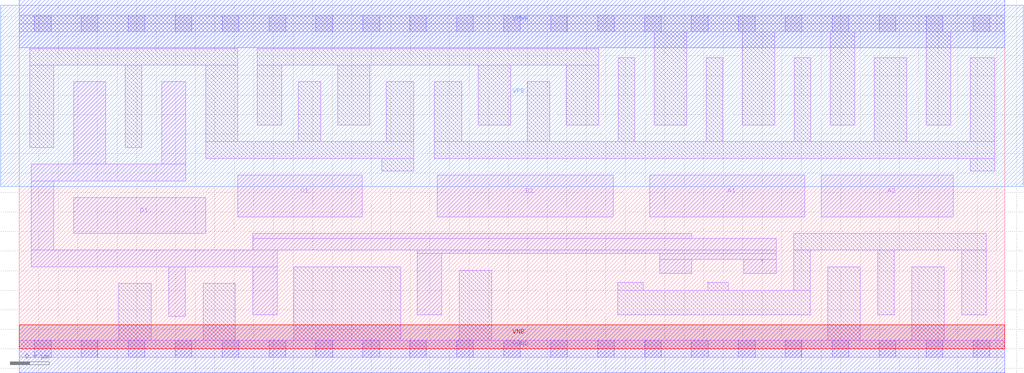
<source format=lef>
# Copyright 2020 The SkyWater PDK Authors
#
# Licensed under the Apache License, Version 2.0 (the "License");
# you may not use this file except in compliance with the License.
# You may obtain a copy of the License at
#
#     https://www.apache.org/licenses/LICENSE-2.0
#
# Unless required by applicable law or agreed to in writing, software
# distributed under the License is distributed on an "AS IS" BASIS,
# WITHOUT WARRANTIES OR CONDITIONS OF ANY KIND, either express or implied.
# See the License for the specific language governing permissions and
# limitations under the License.
#
# SPDX-License-Identifier: Apache-2.0

VERSION 5.7 ;
  NOWIREEXTENSIONATPIN ON ;
  DIVIDERCHAR "/" ;
  BUSBITCHARS "[]" ;
MACRO sky130_fd_sc_ls__a2111oi_4
  CLASS CORE ;
  FOREIGN sky130_fd_sc_ls__a2111oi_4 ;
  ORIGIN  0.000000  0.000000 ;
  SIZE  10.08000 BY  3.330000 ;
  SYMMETRY X Y ;
  SITE unit ;
  PIN A1
    ANTENNAGATEAREA  1.116000 ;
    DIRECTION INPUT ;
    USE SIGNAL ;
    PORT
      LAYER li1 ;
        RECT 6.450000 1.350000 8.035000 1.780000 ;
    END
  END A1
  PIN A2
    ANTENNAGATEAREA  1.116000 ;
    DIRECTION INPUT ;
    USE SIGNAL ;
    PORT
      LAYER li1 ;
        RECT 8.205000 1.350000 9.555000 1.780000 ;
    END
  END A2
  PIN B1
    ANTENNAGATEAREA  0.894000 ;
    DIRECTION INPUT ;
    USE SIGNAL ;
    PORT
      LAYER li1 ;
        RECT 4.275000 1.350000 6.075000 1.780000 ;
    END
  END B1
  PIN C1
    ANTENNAGATEAREA  0.894000 ;
    DIRECTION INPUT ;
    USE SIGNAL ;
    PORT
      LAYER li1 ;
        RECT 2.235000 1.350000 3.510000 1.780000 ;
    END
  END C1
  PIN D1
    ANTENNAGATEAREA  0.894000 ;
    DIRECTION INPUT ;
    USE SIGNAL ;
    PORT
      LAYER li1 ;
        RECT 0.555000 1.180000 1.905000 1.550000 ;
    END
  END D1
  PIN VNB
    PORT
      LAYER pwell ;
        RECT 0.000000 0.000000 10.080000 0.245000 ;
    END
  END VNB
  PIN VPB
    PORT
      LAYER nwell ;
        RECT -0.190000 1.660000 10.270000 3.520000 ;
    END
  END VPB
  PIN Y
    ANTENNADIFFAREA  1.708000 ;
    DIRECTION OUTPUT ;
    USE SIGNAL ;
    PORT
      LAYER li1 ;
        RECT 0.125000 0.840000 2.640000 1.010000 ;
        RECT 0.125000 1.010000 0.355000 1.720000 ;
        RECT 0.125000 1.720000 1.705000 1.890000 ;
        RECT 0.555000 1.890000 0.885000 2.735000 ;
        RECT 1.455000 1.890000 1.705000 2.735000 ;
        RECT 1.530000 0.330000 1.700000 0.840000 ;
        RECT 2.390000 0.350000 2.640000 0.840000 ;
        RECT 2.390000 1.010000 7.740000 1.130000 ;
        RECT 2.390000 1.130000 6.880000 1.180000 ;
        RECT 4.070000 0.350000 4.320000 0.975000 ;
        RECT 4.070000 0.975000 7.740000 1.010000 ;
        RECT 6.550000 0.770000 6.880000 0.915000 ;
        RECT 6.550000 0.915000 7.740000 0.975000 ;
        RECT 7.410000 0.770000 7.740000 0.915000 ;
    END
  END Y
  PIN VGND
    DIRECTION INOUT ;
    SHAPE ABUTMENT ;
    USE GROUND ;
    PORT
      LAYER met1 ;
        RECT 0.000000 -0.245000 10.080000 0.245000 ;
    END
  END VGND
  PIN VPWR
    DIRECTION INOUT ;
    SHAPE ABUTMENT ;
    USE POWER ;
    PORT
      LAYER met1 ;
        RECT 0.000000 3.085000 10.080000 3.575000 ;
    END
  END VPWR
  OBS
    LAYER li1 ;
      RECT 0.000000 -0.085000 10.080000 0.085000 ;
      RECT 0.000000  3.245000 10.080000 3.415000 ;
      RECT 0.105000  2.060000  0.355000 2.905000 ;
      RECT 0.105000  2.905000  2.235000 3.075000 ;
      RECT 1.020000  0.085000  1.350000 0.670000 ;
      RECT 1.085000  2.060000  1.255000 2.905000 ;
      RECT 1.880000  0.085000  2.210000 0.670000 ;
      RECT 1.905000  1.950000  4.035000 2.120000 ;
      RECT 1.905000  2.120000  2.235000 2.905000 ;
      RECT 2.435000  2.290000  2.685000 2.905000 ;
      RECT 2.435000  2.905000  5.925000 3.075000 ;
      RECT 2.810000  0.085000  3.900000 0.840000 ;
      RECT 2.855000  2.120000  3.085000 2.735000 ;
      RECT 3.255000  2.290000  3.585000 2.905000 ;
      RECT 3.705000  1.820000  4.035000 1.950000 ;
      RECT 3.755000  2.120000  4.035000 2.735000 ;
      RECT 4.245000  1.950000  9.975000 2.120000 ;
      RECT 4.245000  2.120000  4.525000 2.735000 ;
      RECT 4.500000  0.085000  4.830000 0.805000 ;
      RECT 4.695000  2.290000  5.025000 2.905000 ;
      RECT 5.195000  2.120000  5.425000 2.735000 ;
      RECT 5.595000  2.290000  5.925000 2.905000 ;
      RECT 6.120000  0.350000  8.090000 0.600000 ;
      RECT 6.120000  0.600000  6.380000 0.680000 ;
      RECT 6.125000  2.120000  6.295000 2.980000 ;
      RECT 6.495000  2.290000  6.825000 3.245000 ;
      RECT 7.025000  2.120000  7.195000 2.980000 ;
      RECT 7.040000  0.600000  7.250000 0.680000 ;
      RECT 7.395000  2.290000  7.725000 3.245000 ;
      RECT 7.920000  0.600000  8.090000 1.010000 ;
      RECT 7.920000  1.010000  9.890000 1.180000 ;
      RECT 7.925000  2.120000  8.095000 2.980000 ;
      RECT 8.270000  0.085000  8.600000 0.840000 ;
      RECT 8.295000  2.290000  8.545000 3.245000 ;
      RECT 8.745000  2.120000  9.075000 2.980000 ;
      RECT 8.780000  0.350000  8.950000 1.010000 ;
      RECT 9.130000  0.085000  9.460000 0.840000 ;
      RECT 9.275000  2.290000  9.525000 3.245000 ;
      RECT 9.640000  0.350000  9.890000 1.010000 ;
      RECT 9.725000  1.820000  9.975000 1.950000 ;
      RECT 9.725000  2.120000  9.975000 2.980000 ;
    LAYER mcon ;
      RECT 0.155000 -0.085000 0.325000 0.085000 ;
      RECT 0.155000  3.245000 0.325000 3.415000 ;
      RECT 0.635000 -0.085000 0.805000 0.085000 ;
      RECT 0.635000  3.245000 0.805000 3.415000 ;
      RECT 1.115000 -0.085000 1.285000 0.085000 ;
      RECT 1.115000  3.245000 1.285000 3.415000 ;
      RECT 1.595000 -0.085000 1.765000 0.085000 ;
      RECT 1.595000  3.245000 1.765000 3.415000 ;
      RECT 2.075000 -0.085000 2.245000 0.085000 ;
      RECT 2.075000  3.245000 2.245000 3.415000 ;
      RECT 2.555000 -0.085000 2.725000 0.085000 ;
      RECT 2.555000  3.245000 2.725000 3.415000 ;
      RECT 3.035000 -0.085000 3.205000 0.085000 ;
      RECT 3.035000  3.245000 3.205000 3.415000 ;
      RECT 3.515000 -0.085000 3.685000 0.085000 ;
      RECT 3.515000  3.245000 3.685000 3.415000 ;
      RECT 3.995000 -0.085000 4.165000 0.085000 ;
      RECT 3.995000  3.245000 4.165000 3.415000 ;
      RECT 4.475000 -0.085000 4.645000 0.085000 ;
      RECT 4.475000  3.245000 4.645000 3.415000 ;
      RECT 4.955000 -0.085000 5.125000 0.085000 ;
      RECT 4.955000  3.245000 5.125000 3.415000 ;
      RECT 5.435000 -0.085000 5.605000 0.085000 ;
      RECT 5.435000  3.245000 5.605000 3.415000 ;
      RECT 5.915000 -0.085000 6.085000 0.085000 ;
      RECT 5.915000  3.245000 6.085000 3.415000 ;
      RECT 6.395000 -0.085000 6.565000 0.085000 ;
      RECT 6.395000  3.245000 6.565000 3.415000 ;
      RECT 6.875000 -0.085000 7.045000 0.085000 ;
      RECT 6.875000  3.245000 7.045000 3.415000 ;
      RECT 7.355000 -0.085000 7.525000 0.085000 ;
      RECT 7.355000  3.245000 7.525000 3.415000 ;
      RECT 7.835000 -0.085000 8.005000 0.085000 ;
      RECT 7.835000  3.245000 8.005000 3.415000 ;
      RECT 8.315000 -0.085000 8.485000 0.085000 ;
      RECT 8.315000  3.245000 8.485000 3.415000 ;
      RECT 8.795000 -0.085000 8.965000 0.085000 ;
      RECT 8.795000  3.245000 8.965000 3.415000 ;
      RECT 9.275000 -0.085000 9.445000 0.085000 ;
      RECT 9.275000  3.245000 9.445000 3.415000 ;
      RECT 9.755000 -0.085000 9.925000 0.085000 ;
      RECT 9.755000  3.245000 9.925000 3.415000 ;
  END
END sky130_fd_sc_ls__a2111oi_4
END LIBRARY

</source>
